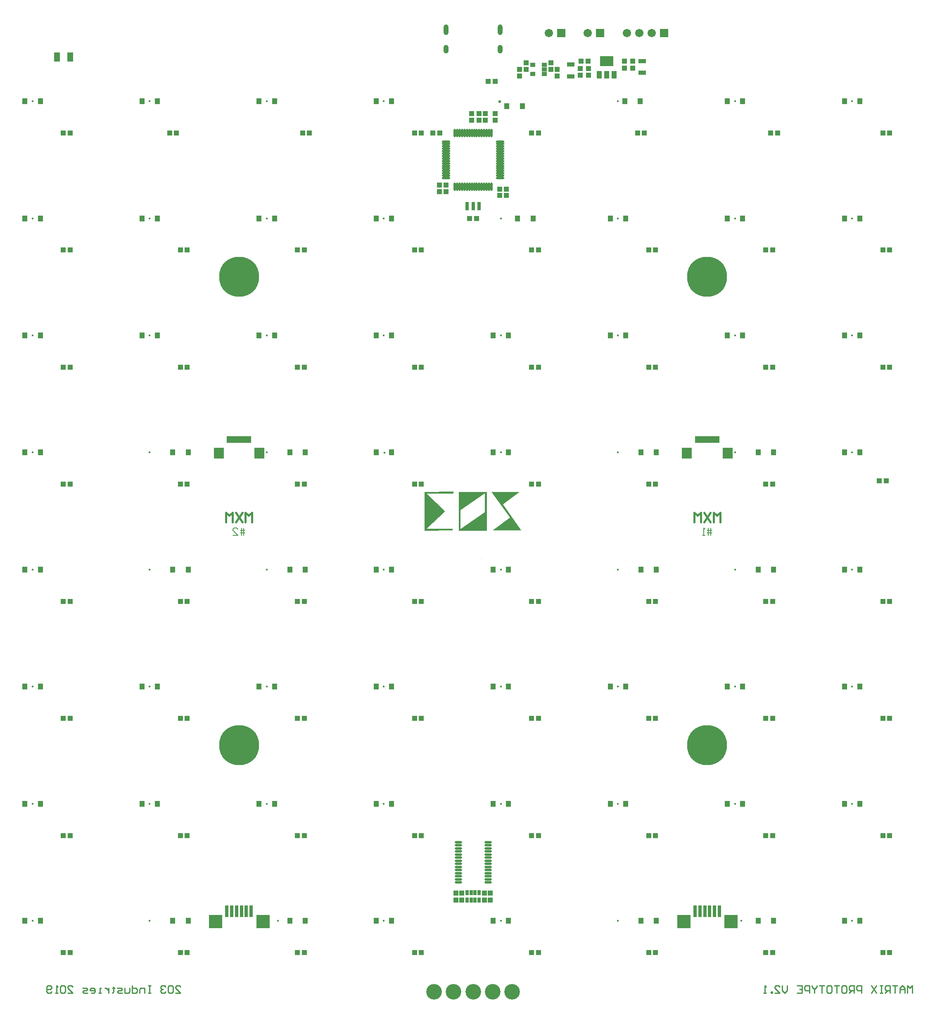
<source format=gbs>
G04*
G04 #@! TF.GenerationSoftware,Altium Limited,Altium Designer,18.1.5 (160)*
G04*
G04 Layer_Color=16711935*
%FSLAX25Y25*%
%MOIN*%
G70*
G01*
G75*
%ADD24R,0.06706X0.06706*%
%ADD25C,0.06706*%
%ADD26C,0.02362*%
%ADD27C,0.01600*%
%ADD28C,0.12611*%
%ADD29O,0.03937X0.07087*%
%ADD30O,0.03937X0.08661*%
%ADD31C,0.32296*%
%ADD32C,0.01000*%
%ADD72C,0.00050*%
%ADD73C,0.00787*%
%ADD74C,0.01575*%
%ADD75R,0.03950X0.04343*%
%ADD76R,0.03162X0.07099*%
%ADD77R,0.04343X0.03359*%
%ADD78R,0.04343X0.03950*%
%ADD79R,0.11036X0.07887*%
%ADD80R,0.04343X0.06312*%
%ADD81R,0.07887X0.08674*%
%ADD82R,0.01981X0.05721*%
%ADD83O,0.05800X0.02099*%
%ADD84R,0.02572X0.04343*%
%ADD85R,0.05131X0.07493*%
%ADD86R,0.11036X0.11036*%
%ADD87R,0.03162X0.09461*%
%ADD88R,0.04343X0.04540*%
%ADD89R,0.06115X0.03359*%
%ADD90O,0.01784X0.06902*%
%ADD91O,0.06902X0.01784*%
G36*
X489248Y487886D02*
X510076D01*
X496462Y477708D01*
X510565Y457814D01*
X510492Y457763D01*
X511226Y456754D01*
X488282D01*
X502103Y467085D01*
X495227Y476785D01*
X495213Y476775D01*
X487132Y487886D01*
X489122D01*
X489206Y487945D01*
X489248Y487886D01*
D02*
G37*
G36*
X483474Y487983D02*
X483477D01*
X483482Y487980D01*
X483487Y487978D01*
X483488Y487976D01*
X483490Y487974D01*
X483492Y487969D01*
X483495Y487965D01*
Y487962D01*
X483497Y487960D01*
X483495Y487954D01*
Y456689D01*
Y456683D01*
X483491Y456674D01*
X483484Y456666D01*
X483474Y456662D01*
X460786D01*
X460780Y456661D01*
X460778Y456662D01*
D01*
X460768Y456666D01*
X460768Y456666D01*
X460766Y456667D01*
X460763Y456672D01*
X460761Y456674D01*
X460760Y456676D01*
X460756Y456681D01*
Y456683D01*
Y456689D01*
Y456691D01*
D01*
Y487957D01*
Y487962D01*
X460761Y487972D01*
X460768Y487979D01*
X460778Y487983D01*
X483466D01*
X483472Y487984D01*
X483474Y487983D01*
D02*
G37*
G36*
X456457Y486467D02*
X434923Y486360D01*
X450086Y472207D01*
X434904Y458115D01*
X456076Y458220D01*
X456083Y456678D01*
X433356Y456566D01*
X433355Y456713D01*
X433327D01*
X433327Y487894D01*
X456450Y488009D01*
X456457Y486467D01*
D02*
G37*
%LPC*%
G36*
X481901Y486389D02*
X481591D01*
X462351Y473097D01*
Y458257D01*
X462662D01*
X481901Y471549D01*
Y486389D01*
D02*
G37*
%LPD*%
D24*
X543465Y858268D02*
D03*
X574961D02*
D03*
X626457D02*
D03*
D25*
X564961D02*
D03*
X533622D02*
D03*
X596457D02*
D03*
X606457D02*
D03*
X616457D02*
D03*
D26*
X494055Y802795D02*
D03*
D27*
X778346Y425197D02*
D03*
X400394D02*
D03*
X494882D02*
D03*
X589370D02*
D03*
X683858D02*
D03*
X305906D02*
D03*
X211417D02*
D03*
X116929D02*
D03*
Y519685D02*
D03*
X211417D02*
D03*
X305906D02*
D03*
X778346D02*
D03*
X683858D02*
D03*
X589370D02*
D03*
X494882D02*
D03*
X400827Y519632D02*
D03*
X116929Y614173D02*
D03*
X211417D02*
D03*
X305906D02*
D03*
X778346D02*
D03*
X683858D02*
D03*
X589370D02*
D03*
X494882D02*
D03*
X400394D02*
D03*
X116929Y708661D02*
D03*
X211417D02*
D03*
X305906D02*
D03*
X778346D02*
D03*
X683858D02*
D03*
X589370D02*
D03*
X494882D02*
D03*
X400394Y708661D02*
D03*
X116929Y330709D02*
D03*
X211417D02*
D03*
X305906D02*
D03*
X778346D02*
D03*
X683858D02*
D03*
X589370D02*
D03*
X494882D02*
D03*
X400394D02*
D03*
X116929Y236221D02*
D03*
X211417D02*
D03*
X305906D02*
D03*
X778346D02*
D03*
X683858D02*
D03*
X589370D02*
D03*
X494882D02*
D03*
X400394D02*
D03*
X116929Y141732D02*
D03*
X211417D02*
D03*
X314961D02*
D03*
X778346D02*
D03*
X688976D02*
D03*
X589370D02*
D03*
X494882D02*
D03*
X400394D02*
D03*
X116929Y803150D02*
D03*
X211417D02*
D03*
X778346D02*
D03*
X683858D02*
D03*
X400394D02*
D03*
X305906D02*
D03*
X589370D02*
D03*
D28*
X488189Y84488D02*
D03*
X456693D02*
D03*
X472441D02*
D03*
X503937D02*
D03*
X440945D02*
D03*
D29*
X494390Y845039D02*
D03*
X450492D02*
D03*
D30*
Y860787D02*
D03*
X494390D02*
D03*
D31*
X283465Y283465D02*
D03*
Y661417D02*
D03*
X661417Y283465D02*
D03*
Y661417D02*
D03*
D32*
X232222Y83661D02*
X236221D01*
X232222Y87660D01*
Y88660D01*
X233221Y89660D01*
X235221D01*
X236221Y88660D01*
X230222D02*
X229223Y89660D01*
X227223D01*
X226224Y88660D01*
Y84661D01*
X227223Y83661D01*
X229223D01*
X230222Y84661D01*
Y88660D01*
X224224D02*
X223225Y89660D01*
X221225D01*
X220226Y88660D01*
Y87660D01*
X221225Y86660D01*
X222225D01*
X221225D01*
X220226Y85661D01*
Y84661D01*
X221225Y83661D01*
X223225D01*
X224224Y84661D01*
X212228Y89660D02*
X210229D01*
X211228D01*
Y83661D01*
X212228D01*
X210229D01*
X207230D02*
Y87660D01*
X204231D01*
X203231Y86660D01*
Y83661D01*
X197233Y89660D02*
Y83661D01*
X200232D01*
X201232Y84661D01*
Y86660D01*
X200232Y87660D01*
X197233D01*
X195234D02*
Y84661D01*
X194234Y83661D01*
X191235D01*
Y87660D01*
X189236Y83661D02*
X186237D01*
X185237Y84661D01*
X186237Y85661D01*
X188236D01*
X189236Y86660D01*
X188236Y87660D01*
X185237D01*
X182238Y88660D02*
Y87660D01*
X183238D01*
X181238D01*
X182238D01*
Y84661D01*
X181238Y83661D01*
X178239Y87660D02*
Y83661D01*
Y85661D01*
X177240Y86660D01*
X176240Y87660D01*
X175240D01*
X172241Y83661D02*
X170242D01*
X171241D01*
Y87660D01*
X172241D01*
X164244Y83661D02*
X166243D01*
X167243Y84661D01*
Y86660D01*
X166243Y87660D01*
X164244D01*
X163244Y86660D01*
Y85661D01*
X167243D01*
X161245Y83661D02*
X158246D01*
X157246Y84661D01*
X158246Y85661D01*
X160245D01*
X161245Y86660D01*
X160245Y87660D01*
X157246D01*
X145250Y83661D02*
X149249D01*
X145250Y87660D01*
Y88660D01*
X146250Y89660D01*
X148249D01*
X149249Y88660D01*
X143251D02*
X142251Y89660D01*
X140252D01*
X139252Y88660D01*
Y84661D01*
X140252Y83661D01*
X142251D01*
X143251Y84661D01*
Y88660D01*
X137252Y83661D02*
X135253D01*
X136253D01*
Y89660D01*
X137252Y88660D01*
X132254Y84661D02*
X131254Y83661D01*
X129255D01*
X128255Y84661D01*
Y88660D01*
X129255Y89660D01*
X131254D01*
X132254Y88660D01*
Y87660D01*
X131254Y86660D01*
X128255D01*
X826772Y83661D02*
Y89660D01*
X824772Y87660D01*
X822773Y89660D01*
Y83661D01*
X820774D02*
Y87660D01*
X818774Y89660D01*
X816775Y87660D01*
Y83661D01*
Y86660D01*
X820774D01*
X814775Y89660D02*
X810777D01*
X812776D01*
Y83661D01*
X808778D02*
Y89660D01*
X805778D01*
X804779Y88660D01*
Y86660D01*
X805778Y85661D01*
X808778D01*
X806778D02*
X804779Y83661D01*
X802779Y89660D02*
X800780D01*
X801780D01*
Y83661D01*
X802779D01*
X800780D01*
X797781Y89660D02*
X793782Y83661D01*
Y89660D02*
X797781Y83661D01*
X785785D02*
Y89660D01*
X782786D01*
X781786Y88660D01*
Y86660D01*
X782786Y85661D01*
X785785D01*
X779787Y83661D02*
Y89660D01*
X776788D01*
X775788Y88660D01*
Y86660D01*
X776788Y85661D01*
X779787D01*
X777787D02*
X775788Y83661D01*
X770790Y89660D02*
X772789D01*
X773789Y88660D01*
Y84661D01*
X772789Y83661D01*
X770790D01*
X769790Y84661D01*
Y88660D01*
X770790Y89660D01*
X767791D02*
X763792D01*
X765791D01*
Y83661D01*
X758794Y89660D02*
X760793D01*
X761793Y88660D01*
Y84661D01*
X760793Y83661D01*
X758794D01*
X757794Y84661D01*
Y88660D01*
X758794Y89660D01*
X755795D02*
X751796D01*
X753795D01*
Y83661D01*
X749797Y89660D02*
Y88660D01*
X747797Y86660D01*
X745798Y88660D01*
Y89660D01*
X747797Y86660D02*
Y83661D01*
X743798D02*
Y89660D01*
X740800D01*
X739800Y88660D01*
Y86660D01*
X740800Y85661D01*
X743798D01*
X733802Y89660D02*
X737800D01*
Y83661D01*
X733802D01*
X737800Y86660D02*
X735801D01*
X725804Y89660D02*
Y85661D01*
X723805Y83661D01*
X721806Y85661D01*
Y89660D01*
X715807Y83661D02*
X719806D01*
X715807Y87660D01*
Y88660D01*
X716807Y89660D01*
X718807D01*
X719806Y88660D01*
X713808Y83661D02*
Y84661D01*
X712809D01*
Y83661D01*
X713808D01*
X708810D02*
X706811D01*
X707810D01*
Y89660D01*
X708810Y88660D01*
D72*
X462097Y457438D02*
X462442D01*
X462097D02*
X462442D01*
X478759Y434583D02*
X478795D01*
D73*
X287400Y452953D02*
Y458856D01*
X285432D02*
Y452953D01*
X288384Y456888D02*
X285432D01*
X284449D01*
X288384Y454921D02*
X284449D01*
X278545Y452953D02*
X282481D01*
X278545Y456888D01*
Y457872D01*
X279529Y458856D01*
X281497D01*
X282481Y457872D01*
X664369Y452953D02*
Y458856D01*
X662401D02*
Y452953D01*
X665353Y456888D02*
X662401D01*
X661417D01*
X665353Y454921D02*
X661417D01*
X659449Y452953D02*
X657482D01*
X658465D01*
Y458856D01*
X659449Y457872D01*
D74*
X293960Y463464D02*
Y471336D01*
X291336Y468712D01*
X288712Y471336D01*
Y463464D01*
X286088Y471336D02*
X280841Y463464D01*
Y471336D02*
X286088Y463464D01*
X278217D02*
Y471336D01*
X275593Y468712D01*
X272969Y471336D01*
Y463464D01*
X671913D02*
Y471336D01*
X669289Y468712D01*
X666665Y471336D01*
Y463464D01*
X664041Y471336D02*
X658793Y463464D01*
Y471336D02*
X664041Y463464D01*
X656170D02*
Y471336D01*
X653546Y468712D01*
X650922Y471336D01*
Y463464D01*
D75*
X469685Y708661D02*
D03*
X475197D02*
D03*
X147244Y777559D02*
D03*
X141732D02*
D03*
X233071D02*
D03*
X227559D02*
D03*
X340307D02*
D03*
X334795D02*
D03*
X430709D02*
D03*
X425197D02*
D03*
X525197D02*
D03*
X519685D02*
D03*
X610630D02*
D03*
X605118D02*
D03*
X718260D02*
D03*
X712748D02*
D03*
X808661D02*
D03*
X803150D02*
D03*
X808661Y116142D02*
D03*
X803150D02*
D03*
X808661Y210630D02*
D03*
X803150D02*
D03*
X808661Y305118D02*
D03*
X803150D02*
D03*
X808661Y399606D02*
D03*
X803150D02*
D03*
X805906Y496850D02*
D03*
X800394D02*
D03*
X808661Y588583D02*
D03*
X803150D02*
D03*
X808661Y683071D02*
D03*
X803150D02*
D03*
X714173Y116142D02*
D03*
X708661D02*
D03*
X714173Y210630D02*
D03*
X708661D02*
D03*
X714173Y305118D02*
D03*
X708661D02*
D03*
X714173Y399606D02*
D03*
X708661D02*
D03*
X714173Y494095D02*
D03*
X708661D02*
D03*
X714173Y588583D02*
D03*
X708661D02*
D03*
X714173Y683071D02*
D03*
X708661D02*
D03*
X619685Y210630D02*
D03*
X614173D02*
D03*
X619685Y305118D02*
D03*
X614173D02*
D03*
X619685Y399606D02*
D03*
X614173D02*
D03*
X619685Y494095D02*
D03*
X614173D02*
D03*
X619685Y588583D02*
D03*
X614173D02*
D03*
X619685Y683071D02*
D03*
X614173D02*
D03*
X525197Y116142D02*
D03*
X519685D02*
D03*
X525197Y210630D02*
D03*
X519685D02*
D03*
X525197Y305118D02*
D03*
X519685D02*
D03*
X525197Y399606D02*
D03*
X519685D02*
D03*
X525197Y494095D02*
D03*
X519685D02*
D03*
X525197Y588583D02*
D03*
X519685D02*
D03*
X525197Y683071D02*
D03*
X519685D02*
D03*
X430709Y116142D02*
D03*
X425197D02*
D03*
X430709Y210630D02*
D03*
X425197D02*
D03*
X430709Y305118D02*
D03*
X425197D02*
D03*
X430709Y399606D02*
D03*
X425197D02*
D03*
X430709Y494095D02*
D03*
X425197D02*
D03*
X430709Y588583D02*
D03*
X425197D02*
D03*
X430709Y683071D02*
D03*
X425197D02*
D03*
X336220Y116142D02*
D03*
X330709D02*
D03*
X336220Y210630D02*
D03*
X330709D02*
D03*
X336220Y305118D02*
D03*
X330709D02*
D03*
X336220Y399606D02*
D03*
X330709D02*
D03*
X336220Y494095D02*
D03*
X330709D02*
D03*
X336220Y588583D02*
D03*
X330709D02*
D03*
X336220Y683071D02*
D03*
X330709D02*
D03*
X241732Y116142D02*
D03*
X236220D02*
D03*
X241732Y210630D02*
D03*
X236220D02*
D03*
X241732Y305118D02*
D03*
X236220D02*
D03*
X241732Y399606D02*
D03*
X236220D02*
D03*
X241732Y494095D02*
D03*
X236220D02*
D03*
X241732Y588583D02*
D03*
X236220D02*
D03*
X241732Y683071D02*
D03*
X236220D02*
D03*
X147244Y116142D02*
D03*
X141732D02*
D03*
X147244Y210630D02*
D03*
X141732D02*
D03*
X147244Y305118D02*
D03*
X141732D02*
D03*
X147244Y399606D02*
D03*
X141732D02*
D03*
X147244Y494095D02*
D03*
X141732D02*
D03*
X147244Y588583D02*
D03*
X141732D02*
D03*
X147244Y683071D02*
D03*
X141732D02*
D03*
X619685Y116142D02*
D03*
X614173D02*
D03*
X559646Y835630D02*
D03*
X565158D02*
D03*
X450689Y735433D02*
D03*
X445177D02*
D03*
X499331Y727165D02*
D03*
X493819D02*
D03*
X484646Y819319D02*
D03*
X490158D02*
D03*
X439961Y777559D02*
D03*
X445472D02*
D03*
X499331Y732283D02*
D03*
X493819D02*
D03*
X450689Y730315D02*
D03*
X445177D02*
D03*
D76*
X477165Y718504D02*
D03*
X467717D02*
D03*
X472441D02*
D03*
D77*
X529882Y832559D02*
D03*
Y828819D02*
D03*
Y825079D02*
D03*
X520433D02*
D03*
Y832559D02*
D03*
D78*
X535118Y828740D02*
D03*
Y834252D02*
D03*
X515197Y828740D02*
D03*
Y834252D02*
D03*
X510079Y828898D02*
D03*
Y823386D02*
D03*
X540236Y828898D02*
D03*
Y823386D02*
D03*
X601181Y829945D02*
D03*
Y835457D02*
D03*
X565748Y829527D02*
D03*
Y824016D02*
D03*
X471244Y793307D02*
D03*
Y787795D02*
D03*
X458661Y164173D02*
D03*
Y158661D02*
D03*
X463386Y164173D02*
D03*
Y158661D02*
D03*
X486221Y164173D02*
D03*
Y158661D02*
D03*
X481496Y164173D02*
D03*
Y158661D02*
D03*
X490158Y793307D02*
D03*
Y787795D02*
D03*
X559055Y829527D02*
D03*
Y824016D02*
D03*
X594488Y835457D02*
D03*
Y829945D02*
D03*
X477165Y787795D02*
D03*
Y793307D02*
D03*
X482087Y787795D02*
D03*
Y793307D02*
D03*
D79*
X580315Y835630D02*
D03*
D80*
Y824606D02*
D03*
X574409D02*
D03*
X586221D02*
D03*
D81*
X267126Y519291D02*
D03*
X299803D02*
D03*
X645079D02*
D03*
X677756D02*
D03*
D82*
X282480Y530020D02*
D03*
X284449D02*
D03*
X280512D02*
D03*
X278543D02*
D03*
X276575D02*
D03*
X274606D02*
D03*
X292323D02*
D03*
X290354D02*
D03*
X288386D02*
D03*
X286417D02*
D03*
X660433D02*
D03*
X662402D02*
D03*
X658465D02*
D03*
X656496D02*
D03*
X654528D02*
D03*
X652559D02*
D03*
X670276D02*
D03*
X668307D02*
D03*
X666339D02*
D03*
X664370D02*
D03*
D83*
X460433Y172726D02*
D03*
Y175226D02*
D03*
Y177726D02*
D03*
Y180226D02*
D03*
Y187726D02*
D03*
Y185226D02*
D03*
Y182726D02*
D03*
Y197726D02*
D03*
Y200226D02*
D03*
Y202726D02*
D03*
Y195226D02*
D03*
Y192726D02*
D03*
Y190226D02*
D03*
Y205226D02*
D03*
X484449D02*
D03*
Y190226D02*
D03*
Y192726D02*
D03*
Y195226D02*
D03*
Y202726D02*
D03*
Y200226D02*
D03*
Y197726D02*
D03*
Y182726D02*
D03*
Y185226D02*
D03*
Y187726D02*
D03*
Y180226D02*
D03*
Y177726D02*
D03*
Y175226D02*
D03*
Y172726D02*
D03*
D84*
X467717Y158465D02*
D03*
Y164370D02*
D03*
X470866Y158465D02*
D03*
Y164370D02*
D03*
X474016D02*
D03*
Y158465D02*
D03*
X477165D02*
D03*
Y164370D02*
D03*
D85*
X147362Y838976D02*
D03*
X136732D02*
D03*
D86*
X264567Y141142D02*
D03*
X302756D02*
D03*
X642520D02*
D03*
X680709D02*
D03*
D87*
X273622Y149606D02*
D03*
X277559D02*
D03*
X281496D02*
D03*
X285433D02*
D03*
X289370D02*
D03*
X293307D02*
D03*
X651575D02*
D03*
X655512D02*
D03*
X659449D02*
D03*
X663386D02*
D03*
X667323D02*
D03*
X671260D02*
D03*
D88*
X324508Y141732D02*
D03*
X336909D02*
D03*
X702461D02*
D03*
X714862D02*
D03*
X508366Y708661D02*
D03*
X520768D02*
D03*
X123130D02*
D03*
X110728D02*
D03*
X123130Y614173D02*
D03*
X110728D02*
D03*
X123130Y519685D02*
D03*
X110728D02*
D03*
X123130Y425197D02*
D03*
X110728D02*
D03*
X123130Y330709D02*
D03*
X110728D02*
D03*
X123130Y236221D02*
D03*
X110728D02*
D03*
X123130Y141732D02*
D03*
X110728D02*
D03*
X217618Y708661D02*
D03*
X205217D02*
D03*
X217618Y614173D02*
D03*
X205217D02*
D03*
X242421Y519685D02*
D03*
X230020D02*
D03*
X242421Y425197D02*
D03*
X230020D02*
D03*
X217618Y330709D02*
D03*
X205217D02*
D03*
X217618Y236221D02*
D03*
X205217D02*
D03*
X242421Y141732D02*
D03*
X230020D02*
D03*
X312106Y708661D02*
D03*
X299705D02*
D03*
X312106Y614173D02*
D03*
X299705D02*
D03*
X336909Y519685D02*
D03*
X324508D02*
D03*
X336909Y425197D02*
D03*
X324508D02*
D03*
X312106Y330709D02*
D03*
X299705D02*
D03*
X312106Y236221D02*
D03*
X299705D02*
D03*
X406594Y708661D02*
D03*
X394193D02*
D03*
X406594Y614173D02*
D03*
X394193D02*
D03*
X406594Y519685D02*
D03*
X394193D02*
D03*
X406594Y425197D02*
D03*
X394193D02*
D03*
X406594Y330709D02*
D03*
X394193D02*
D03*
X406594Y236221D02*
D03*
X394193D02*
D03*
X406594Y141732D02*
D03*
X394193D02*
D03*
X501083Y614173D02*
D03*
X488681D02*
D03*
X501083Y519685D02*
D03*
X488681D02*
D03*
X501083Y425197D02*
D03*
X488681D02*
D03*
X501083Y330709D02*
D03*
X488681D02*
D03*
X501083Y236221D02*
D03*
X488681D02*
D03*
X501083Y141732D02*
D03*
X488681D02*
D03*
X595571Y708661D02*
D03*
X583169D02*
D03*
X595571Y614173D02*
D03*
X583169D02*
D03*
X620374Y519685D02*
D03*
X607972D02*
D03*
X620374Y425197D02*
D03*
X607972D02*
D03*
X595571Y330709D02*
D03*
X583169D02*
D03*
X595571Y236221D02*
D03*
X583169D02*
D03*
X620374Y141732D02*
D03*
X607972D02*
D03*
X690059Y708661D02*
D03*
X677658D02*
D03*
X690059Y614173D02*
D03*
X677658D02*
D03*
X714862Y519685D02*
D03*
X702461D02*
D03*
X714862Y425197D02*
D03*
X702461D02*
D03*
X690059Y330709D02*
D03*
X677658D02*
D03*
X690059Y236221D02*
D03*
X677658D02*
D03*
X784547Y708661D02*
D03*
X772146D02*
D03*
X784547Y614173D02*
D03*
X772146D02*
D03*
X784547Y519685D02*
D03*
X772146D02*
D03*
X784547Y425197D02*
D03*
X772146D02*
D03*
X784547Y330709D02*
D03*
X772146D02*
D03*
X784547Y236221D02*
D03*
X772146D02*
D03*
X784547Y141732D02*
D03*
X772146D02*
D03*
X784547Y803150D02*
D03*
X772146D02*
D03*
X690059D02*
D03*
X677658D02*
D03*
X607382Y803150D02*
D03*
X594980D02*
D03*
X512106Y799213D02*
D03*
X499705D02*
D03*
X406595Y803150D02*
D03*
X394193D02*
D03*
X312106Y803150D02*
D03*
X299705D02*
D03*
X217618D02*
D03*
X205217D02*
D03*
X123130D02*
D03*
X110728D02*
D03*
D89*
X609055Y835457D02*
D03*
Y826008D02*
D03*
X551181Y832756D02*
D03*
Y823307D02*
D03*
D90*
X487205Y734154D02*
D03*
X485236D02*
D03*
X483268D02*
D03*
X481299D02*
D03*
X479331D02*
D03*
X477362D02*
D03*
X475394D02*
D03*
X473425D02*
D03*
X471457D02*
D03*
X469488D02*
D03*
X467520D02*
D03*
X465551D02*
D03*
X463583D02*
D03*
X461614D02*
D03*
X459646D02*
D03*
X457677D02*
D03*
Y777658D02*
D03*
X459646D02*
D03*
X461614D02*
D03*
X463583D02*
D03*
X465551D02*
D03*
X467520D02*
D03*
X469488D02*
D03*
X471457D02*
D03*
X473425D02*
D03*
X475394D02*
D03*
X477362D02*
D03*
X479331D02*
D03*
X481299D02*
D03*
X483268D02*
D03*
X485236D02*
D03*
X487205D02*
D03*
D91*
X450689Y741142D02*
D03*
Y743110D02*
D03*
Y745079D02*
D03*
Y747047D02*
D03*
Y749016D02*
D03*
Y750984D02*
D03*
Y752953D02*
D03*
Y754921D02*
D03*
Y756890D02*
D03*
Y758858D02*
D03*
Y760827D02*
D03*
Y762795D02*
D03*
Y764764D02*
D03*
Y766732D02*
D03*
Y768701D02*
D03*
Y770669D02*
D03*
X494193D02*
D03*
Y768701D02*
D03*
Y766732D02*
D03*
Y764764D02*
D03*
Y762795D02*
D03*
Y760827D02*
D03*
Y758858D02*
D03*
Y756890D02*
D03*
Y754921D02*
D03*
Y752953D02*
D03*
Y750984D02*
D03*
Y749016D02*
D03*
Y747047D02*
D03*
Y745079D02*
D03*
Y743110D02*
D03*
Y741142D02*
D03*
M02*

</source>
